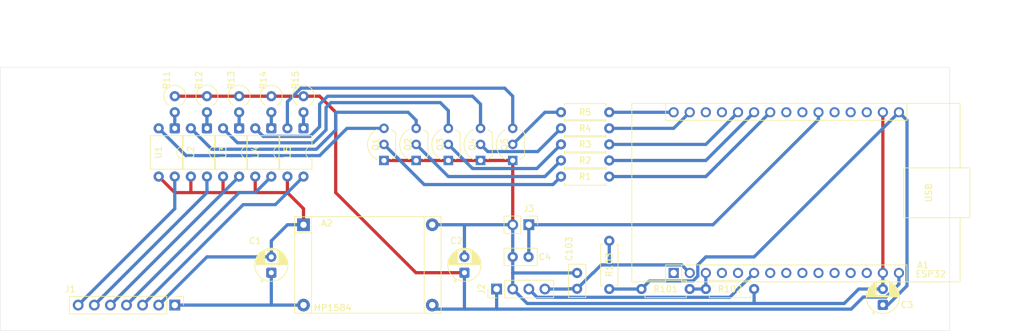
<source format=kicad_pcb>
(kicad_pcb (version 20241229) (generator "pcbnew") (generator_version "9.0")
  (layers (0 "F.Cu" signal) (2 "B.Cu" signal) (13 "F.Paste" user) (15 "B.Paste" user) (5 "F.SilkS" user "F.Silkscreen") (7 "B.SilkS" user "B.Silkscreen") (1 "F.Mask" user) (3 "B.Mask" user) (25 "Edge.Cuts" user))
  (net 0 "")
  (net 3 "Net-(A1-D39{slash}VN)")
  (net 6 "Net-(A1-D23)")
  (net 7 "GND")
  (net 10 "Net-(A1-D21)")
  (net 11 "VCC_3V3")
  (net 12 "HEATER_R")
  (net 15 "DHT")
  (net 16 "Net-(A1-D22)")
  (net 26 "Net-(A1-D19)")
  (net 27 "VCC_5V")
  (net 28 "Net-(A1-D18)")
  (net 29 "Net-(A1-D16)")
  (net 30 "GND_12V")
  (net 31 "VCC_12V")
  (net 32 "RELAY_3")
  (net 33 "RELAY_2")
  (net 34 "RELAY_4")
  (net 35 "RELAY_1")
  (net 36 "RELAY_5")
  (net 37 "Net-(Q1-D)")
  (net 38 "Net-(Q1-G)")
  (net 39 "Net-(Q2-G)")
  (net 40 "Net-(Q2-D)")
  (net 41 "Net-(Q3-G)")
  (net 42 "Net-(Q3-D)")
  (net 43 "Net-(Q4-D)")
  (net 44 "Net-(Q4-G)")
  (net 45 "Net-(Q5-D)")
  (net 46 "Net-(Q5-G)")
  (net 47 "Net-(R11-Pad2)")
  (net 48 "Net-(R12-Pad2)")
  (net 49 "Net-(R13-Pad2)")
  (net 50 "Net-(R14-Pad2)")
  (net 51 "Net-(R15-Pad2)")
  (footprint "Capacitor_THT:CP_Radial_D5.0mm_P2.50mm" (layer "F.Cu") (at 93.98 83.78 90)
    (property "Reference" "C1" (at 5.04 -2.54 180) (layer "F.SilkS"))
    (property "Value" "470u")
    (pad "1" thru_hole roundrect (at 0 0 90) (size 1.6 1.6) (drill 0.8) (layers "*.Cu" "*.Mask") (roundrect_rratio 0.15625) (net 31 "VCC_12V"))
    (pad "2" thru_hole circle (at 2.5 0 90) (size 1.6 1.6) (drill 0.8) (layers "*.Cu" "*.Mask") (net 30 "GND_12V"))
  )
  (footprint "Resistor_THT:R_Axial_DIN0207_L6.3mm_D2.5mm_P7.62mm_Horizontal" (layer "F.Cu") (at 139.7 68.58)
    (property "Reference" "R1" (at 3.81 0 0) (layer "F.SilkS"))
    (property "Value" "10k" (hide yes))
    (pad "1" thru_hole circle (at 0 0) (size 1.6 1.6) (drill 0.8) (layers "*.Cu" "*.Mask") (net 38 "Net-(Q1-G)"))
    (pad "2" thru_hole circle (at 7.62 0) (size 1.6 1.6) (drill 0.8) (layers "*.Cu" "*.Mask") (net 28 "Net-(A1-D18)"))
  )
  (footprint "Resistor_THT:R_Axial_DIN0309_L9.0mm_D3.2mm_P2.54mm_Vertical" (layer "F.Cu") (at 88.9 55.88 -90)
    (property "Reference" "R13" (at -2.54 1.27 90) (layer "F.SilkS"))
    (property "Value" "150")
    (pad "1" thru_hole circle (at 0 0 270) (size 1.6 1.6) (drill 0.8) (layers "*.Cu" "*.Mask") (net 27 "VCC_5V"))
    (pad "2" thru_hole circle (at 2.54 0 270) (size 1.6 1.6) (drill 0.8) (layers "*.Cu" "*.Mask") (net 49 "Net-(R13-Pad2)"))
  )
  (footprint "Connector_PinHeader_2.54mm:PinHeader_1x02_P2.54mm_Vertical" (layer "F.Cu") (at 134.62 76.2 -90)
    (property "Reference" "J3" (at -2.54 0 180) (layer "F.SilkS"))
    (property "Value" "Conn_01x02")
    (pad "1" thru_hole rect (at 0 0 270) (size 1.7 1.7) (drill 1) (layers "*.Cu" "*.Mask") (net 29 "Net-(A1-D16)"))
    (pad "2" thru_hole circle (at 0 2.54 270) (size 1.7 1.7) (drill 1) (layers "*.Cu" "*.Mask") (net 7 "GND"))
  )
  (footprint "Resistor_THT:R_Axial_DIN0309_L9.0mm_D3.2mm_P2.54mm_Vertical" (layer "F.Cu") (at 99.06 55.88 -90)
    (property "Reference" "R15" (at -2.54 1.27 90) (layer "F.SilkS"))
    (property "Value" "150")
    (pad "1" thru_hole circle (at 0 0 270) (size 1.6 1.6) (drill 0.8) (layers "*.Cu" "*.Mask") (net 27 "VCC_5V"))
    (pad "2" thru_hole circle (at 2.54 0 270) (size 1.6 1.6) (drill 0.8) (layers "*.Cu" "*.Mask") (net 51 "Net-(R15-Pad2)"))
  )
  (footprint "Package_TO_SOT_THT:TO-92_Inline_Wide" (layer "F.Cu") (at 111.76 66.04 90)
    (property "Reference" "Q1" (at 2.54 -1.27 90) (layer "F.SilkS"))
    (property "Value" "2N7000")
    (pad "1" thru_hole rect (at 0 0 90) (size 1.5 1.5) (drill 0.8) (layers "*.Cu" "*.Mask") (net 7 "GND"))
    (pad "2" thru_hole circle (at 2.54 0 90) (size 1.5 1.5) (drill 0.8) (layers "*.Cu" "*.Mask") (net 38 "Net-(Q1-G)"))
    (pad "3" thru_hole circle (at 5.08 0 90) (size 1.5 1.5) (drill 0.8) (layers "*.Cu" "*.Mask") (net 37 "Net-(Q1-D)"))
  )
  (footprint "Package_DIP:DIP-4_W7.62mm" (layer "F.Cu") (at 78.74 60.96 -90)
    (property "Reference" "U1" (at 3.805 2.545 90) (layer "F.SilkS"))
    (property "Value" "PC817")
    (pad "1" thru_hole roundrect (at 0 0 270) (size 1.6 1.6) (drill 0.8) (layers "*.Cu" "*.Mask") (roundrect_rratio 0.15625) (net 47 "Net-(R11-Pad2)"))
    (pad "2" thru_hole circle (at 0 2.54 270) (size 1.6 1.6) (drill 0.8) (layers "*.Cu" "*.Mask") (net 37 "Net-(Q1-D)"))
    (pad "3" thru_hole circle (at 7.62 2.54 270) (size 1.6 1.6) (drill 0.8) (layers "*.Cu" "*.Mask") (net 30 "GND_12V"))
    (pad "4" thru_hole circle (at 7.62 0 270) (size 1.6 1.6) (drill 0.8) (layers "*.Cu" "*.Mask") (net 35 "RELAY_1"))
  )
  (footprint "Custom_Knur:STEP-DOWN_MP1584" (layer "F.Cu") (at 99.06 76.2)
    (property "Reference" "A2" (at 3.683 -0.254 0) (layer "F.SilkS"))
    (property "Value" "STEP-DOWN_MP1584")
    (fp_text user "MP1584" (at 1.524 13.716 0) (layer "F.SilkS") (effects (justify left bottom)))
    (pad "1" thru_hole rect (at 0 0) (size 2 2) (drill 1) (layers "*.Cu" "*.Mask") (net 30 "GND_12V"))
    (pad "2" thru_hole oval (at 0 12.7) (size 2 2) (drill 1) (layers "*.Cu" "*.Mask") (net 31 "VCC_12V"))
    (pad "3" thru_hole oval (at 20.32 12.7) (size 2 2) (drill 1) (layers "*.Cu" "*.Mask") (net 27 "VCC_5V"))
    (pad "4" thru_hole oval (at 20.32 0) (size 2 2) (drill 1) (layers "*.Cu" "*.Mask") (net 7 "GND"))
  )
  (footprint "Package_DIP:DIP-4_W7.62mm" (layer "F.Cu") (at 99.06 60.96 -90)
    (property "Reference" "U5" (at 3.81 2.54 90) (layer "F.SilkS"))
    (property "Value" "PC817")
    (pad "1" thru_hole roundrect (at 0 0 270) (size 1.6 1.6) (drill 0.8) (layers "*.Cu" "*.Mask") (roundrect_rratio 0.15625) (net 51 "Net-(R15-Pad2)"))
    (pad "2" thru_hole circle (at 0 2.54 270) (size 1.6 1.6) (drill 0.8) (layers "*.Cu" "*.Mask") (net 45 "Net-(Q5-D)"))
    (pad "3" thru_hole circle (at 7.62 2.54 270) (size 1.6 1.6) (drill 0.8) (layers "*.Cu" "*.Mask") (net 30 "GND_12V"))
    (pad "4" thru_hole circle (at 7.62 0 270) (size 1.6 1.6) (drill 0.8) (layers "*.Cu" "*.Mask") (net 36 "RELAY_5"))
  )
  (footprint "Capacitor_THT:CP_Radial_D5.0mm_P2.50mm" (layer "F.Cu") (at 190.5 88.86 90)
    (property "Reference" "C3" (at 0 3.81 180) (layer "F.SilkS"))
    (property "Value" "100u")
    (pad "1" thru_hole roundrect (at 0 0 90) (size 1.6 1.6) (drill 0.8) (layers "*.Cu" "*.Mask") (roundrect_rratio 0.15625) (net 11 "VCC_3V3"))
    (pad "2" thru_hole circle (at 2.5 0 90) (size 1.6 1.6) (drill 0.8) (layers "*.Cu" "*.Mask") (net 7 "GND"))
  )
  (footprint "Resistor_THT:R_Axial_DIN0207_L6.3mm_D2.5mm_P7.62mm_Horizontal" (layer "F.Cu") (at 147.32 86.36 90)
    (property "Reference" "R103" (at 3.81 0 90) (layer "F.SilkS"))
    (property "Value" "4.7k")
    (pad "1" thru_hole circle (at 0 0 90) (size 1.6 1.6) (drill 0.8) (layers "*.Cu" "*.Mask") (net 11 "VCC_3V3"))
    (pad "2" thru_hole circle (at 7.62 0 90) (size 1.6 1.6) (drill 0.8) (layers "*.Cu" "*.Mask") (net 12 "HEATER_R"))
  )
  (footprint "Capacitor_THT:C_Disc_D5.0mm_W2.5mm_P2.50mm" (layer "F.Cu") (at 132.08 81.28)
    (property "Reference" "C4" (at 5.08 0 0) (layer "F.SilkS"))
    (property "Value" "100nF")
    (pad "1" thru_hole circle (at 0 0) (size 1.6 1.6) (drill 0.8) (layers "*.Cu" "*.Mask") (net 7 "GND"))
    (pad "2" thru_hole circle (at 2.5 0) (size 1.6 1.6) (drill 0.8) (layers "*.Cu" "*.Mask") (net 29 "Net-(A1-D16)"))
  )
  (footprint "Package_DIP:DIP-4_W7.62mm" (layer "F.Cu") (at 83.82 60.96 -90)
    (property "Reference" "U2" (at 3.81 2.54 90) (layer "F.SilkS"))
    (property "Value" "PC817")
    (pad "1" thru_hole roundrect (at 0 0 270) (size 1.6 1.6) (drill 0.8) (layers "*.Cu" "*.Mask") (roundrect_rratio 0.15625) (net 48 "Net-(R12-Pad2)"))
    (pad "2" thru_hole circle (at 0 2.54 270) (size 1.6 1.6) (drill 0.8) (layers "*.Cu" "*.Mask") (net 40 "Net-(Q2-D)"))
    (pad "3" thru_hole circle (at 7.62 2.54 270) (size 1.6 1.6) (drill 0.8) (layers "*.Cu" "*.Mask") (net 30 "GND_12V"))
    (pad "4" thru_hole circle (at 7.62 0 270) (size 1.6 1.6) (drill 0.8) (layers "*.Cu" "*.Mask") (net 33 "RELAY_2"))
  )
  (footprint "Resistor_THT:R_Axial_DIN0207_L6.3mm_D2.5mm_P7.62mm_Horizontal" (layer "F.Cu") (at 162.56 86.36)
    (property "Reference" "R102" (at 3.81 0 0) (layer "F.SilkS"))
    (property "Value" "5.1k")
    (pad "1" thru_hole circle (at 0 0) (size 1.6 1.6) (drill 0.8) (layers "*.Cu" "*.Mask") (net 3 "Net-(A1-D39{slash}VN)"))
    (pad "2" thru_hole circle (at 7.62 0) (size 1.6 1.6) (drill 0.8) (layers "*.Cu" "*.Mask") (net 7 "GND"))
  )
  (footprint "Custom_Knur:ESP32_MikrobotPL" (layer "F.Cu") (at 157.48 83.82 90)
    (property "Reference" "A1" (at 1.27 39.37 180) (layer "F.SilkS"))
    (property "Value" "ESP32_MikrobotPL")
    (fp_text user "ESP32" (at -0.762 38.1 0) (layer "F.SilkS") (effects (justify left bottom)))
    (fp_text user "USB" (at 12.6675 40.256 90) (layer "F.SilkS"))
    (pad "1" thru_hole rect (at 0 0 90) (size 1.6 1.6) (drill 1) (layers "*.Cu" "*.Mask"))
    (pad "2" thru_hole oval (at 0 2.54 90) (size 1.6 1.6) (drill 1) (layers "*.Cu" "*.Mask") (net 12 "HEATER_R"))
    (pad "3" thru_hole oval (at 0 5.08 90) (size 1.6 1.6) (drill 1) (layers "*.Cu" "*.Mask") (net 3 "Net-(A1-D39{slash}VN)"))
    (pad "4" thru_hole oval (at 0 7.62 90) (size 1.6 1.6) (drill 1) (layers "*.Cu" "*.Mask"))
    (pad "5" thru_hole oval (at 0 10.16 90) (size 1.6 1.6) (drill 1) (layers "*.Cu" "*.Mask"))
    (pad "6" thru_hole oval (at 0 12.7 90) (size 1.6 1.6) (drill 1) (layers "*.Cu" "*.Mask") (net 15 "DHT"))
    (pad "7" thru_hole oval (at 0 15.24 90) (size 1.6 1.6) (drill 1) (layers "*.Cu" "*.Mask"))
    (pad "8" thru_hole oval (at 0 17.78 90) (size 1.6 1.6) (drill 1) (layers "*.Cu" "*.Mask"))
    (pad "9" thru_hole oval (at 0 20.32 90) (size 1.6 1.6) (drill 1) (layers "*.Cu" "*.Mask"))
    (pad "10" thru_hole oval (at 0 22.86 90) (size 1.6 1.6) (drill 1) (layers "*.Cu" "*.Mask"))
    (pad "11" thru_hole oval (at 0 25.4 90) (size 1.6 1.6) (drill 1) (layers "*.Cu" "*.Mask"))
    (pad "12" thru_hole oval (at 0 27.94 90) (size 1.6 1.6) (drill 1) (layers "*.Cu" "*.Mask"))
    (pad "13" thru_hole oval (at 0 30.48 90) (size 1.6 1.6) (drill 1) (layers "*.Cu" "*.Mask"))
    (pad "14" thru_hole oval (at 0 33.02 90) (size 1.6 1.6) (drill 1) (layers "*.Cu" "*.Mask") (net 7 "GND"))
    (pad "15" thru_hole oval (at 0 35.56 90) (size 1.6 1.6) (drill 1) (layers "*.Cu" "*.Mask") (net 27 "VCC_5V"))
    (pad "16" thru_hole oval (at 25.4 35.56 90) (size 1.6 1.6) (drill 1) (layers "*.Cu" "*.Mask") (net 11 "VCC_3V3"))
    (pad "17" thru_hole oval (at 25.4 33.02 90) (size 1.6 1.6) (drill 1) (layers "*.Cu" "*.Mask") (net 7 "GND"))
    (pad "18" thru_hole oval (at 25.4 30.48 90) (size 1.6 1.6) (drill 1) (layers "*.Cu" "*.Mask"))
    (pad "19" thru_hole oval (at 25.4 27.94 90) (size 1.6 1.6) (drill 1) (layers "*.Cu" "*.Mask"))
    (pad "20" thru_hole oval (at 25.4 25.4 90) (size 1.6 1.6) (drill 1) (layers "*.Cu" "*.Mask"))
    (pad "21" thru_hole oval (at 25.4 22.86 90) (size 1.6 1.6) (drill 1) (layers "*.Cu" "*.Mask") (net 29 "Net-(A1-D16)"))
    (pad "22" thru_hole oval (at 25.4 20.32 90) (size 1.6 1.6) (drill 1) (layers "*.Cu" "*.Mask"))
    (pad "23" thru_hole oval (at 25.4 17.78 90) (size 1.6 1.6) (drill 1) (layers "*.Cu" "*.Mask"))
    (pad "24" thru_hole oval (at 25.4 15.24 90) (size 1.6 1.6) (drill 1) (layers "*.Cu" "*.Mask") (net 28 "Net-(A1-D18)"))
    (pad "25" thru_hole oval (at 25.4 12.7 90) (size 1.6 1.6) (drill 1) (layers "*.Cu" "*.Mask") (net 26 "Net-(A1-D19)"))
    (pad "26" thru_hole oval (at 25.4 10.16 90) (size 1.6 1.6) (drill 1) (layers "*.Cu" "*.Mask") (net 10 "Net-(A1-D21)"))
    (pad "27" thru_hole oval (at 25.4 7.62 90) (size 1.6 1.6) (drill 1) (layers "*.Cu" "*.Mask"))
    (pad "28" thru_hole oval (at 25.4 5.08 90) (size 1.6 1.6) (drill 1) (layers "*.Cu" "*.Mask"))
    (pad "29" thru_hole oval (at 25.4 2.54 90) (size 1.6 1.6) (drill 1) (layers "*.Cu" "*.Mask") (net 16 "Net-(A1-D22)"))
    (pad "30" thru_hole oval (at 25.4 0 90) (size 1.6 1.6) (drill 1) (layers "*.Cu" "*.Mask") (net 6 "Net-(A1-D23)"))
  )
  (footprint "Capacitor_THT:C_Disc_D5.0mm_W2.5mm_P2.50mm" (layer "F.Cu") (at 142.24 83.82 -90)
    (property "Reference" "C103" (at -3.81 1.27 90) (layer "F.SilkS"))
    (property "Value" "100nF")
    (pad "1" thru_hole circle (at 0 0 270) (size 1.6 1.6) (drill 0.8) (layers "*.Cu" "*.Mask") (net 7 "GND"))
    (pad "2" thru_hole circle (at 2.5 0 270) (size 1.6 1.6) (drill 0.8) (layers "*.Cu" "*.Mask") (net 12 "HEATER_R"))
  )
  (footprint "Resistor_THT:R_Axial_DIN0207_L6.3mm_D2.5mm_P7.62mm_Horizontal" (layer "F.Cu") (at 139.7 63.5)
    (property "Reference" "R3" (at 3.81 0 0) (layer "F.SilkS"))
    (property "Value" "10k" (hide yes))
    (pad "1" thru_hole circle (at 0 0) (size 1.6 1.6) (drill 0.8) (layers "*.Cu" "*.Mask") (net 41 "Net-(Q3-G)"))
    (pad "2" thru_hole circle (at 7.62 0) (size 1.6 1.6) (drill 0.8) (layers "*.Cu" "*.Mask") (net 10 "Net-(A1-D21)"))
  )
  (footprint "Connector_PinHeader_2.54mm:PinHeader_1x07_P2.54mm_Vertical" (layer "F.Cu") (at 78.74 88.9 -90)
    (property "Reference" "J1" (at -2.54 16.51 180) (layer "F.SilkS"))
    (property "Value" "Conn_01x07")
    (pad "1" thru_hole rect (at 0 0 270) (size 1.7 1.7) (drill 1) (layers "*.Cu" "*.Mask") (net 31 "VCC_12V"))
    (pad "2" thru_hole circle (at 0 2.54 270) (size 1.7 1.7) (drill 1) (layers "*.Cu" "*.Mask") (net 30 "GND_12V"))
    (pad "3" thru_hole circle (at 0 5.08 270) (size 1.7 1.7) (drill 1) (layers "*.Cu" "*.Mask") (net 36 "RELAY_5"))
    (pad "4" thru_hole circle (at 0 7.62 270) (size 1.7 1.7) (drill 1) (layers "*.Cu" "*.Mask") (net 34 "RELAY_4"))
    (pad "5" thru_hole circle (at 0 10.16 270) (size 1.7 1.7) (drill 1) (layers "*.Cu" "*.Mask") (net 32 "RELAY_3"))
    (pad "6" thru_hole circle (at 0 12.7 270) (size 1.7 1.7) (drill 1) (layers "*.Cu" "*.Mask") (net 33 "RELAY_2"))
    (pad "7" thru_hole circle (at 0 15.24 270) (size 1.7 1.7) (drill 1) (layers "*.Cu" "*.Mask") (net 35 "RELAY_1"))
  )
  (footprint "Package_TO_SOT_THT:TO-92_Inline_Wide" (layer "F.Cu") (at 121.92 66.04 90)
    (property "Reference" "Q3" (at 2.54 -1.27 90) (layer "F.SilkS"))
    (property "Value" "2N7000")
    (pad "1" thru_hole rect (at 0 0 90) (size 1.5 1.5) (drill 0.8) (layers "*.Cu" "*.Mask") (net 7 "GND"))
    (pad "2" thru_hole circle (at 2.54 0 90) (size 1.5 1.5) (drill 0.8) (layers "*.Cu" "*.Mask") (net 41 "Net-(Q3-G)"))
    (pad "3" thru_hole circle (at 5.08 0 90) (size 1.5 1.5) (drill 0.8) (layers "*.Cu" "*.Mask") (net 42 "Net-(Q3-D)"))
  )
  (footprint "Resistor_THT:R_Axial_DIN0309_L9.0mm_D3.2mm_P2.54mm_Vertical" (layer "F.Cu") (at 78.74 55.88 -90)
    (property "Reference" "R11" (at -2.54 1.27 90) (layer "F.SilkS"))
    (property "Value" "150")
    (pad "1" thru_hole circle (at 0 0 270) (size 1.6 1.6) (drill 0.8) (layers "*.Cu" "*.Mask") (net 27 "VCC_5V"))
    (pad "2" thru_hole circle (at 2.54 0 270) (size 1.6 1.6) (drill 0.8) (layers "*.Cu" "*.Mask") (net 47 "Net-(R11-Pad2)"))
  )
  (footprint "Resistor_THT:R_Axial_DIN0207_L6.3mm_D2.5mm_P7.62mm_Horizontal" (layer "F.Cu") (at 139.7 66.04)
    (property "Reference" "R2" (at 3.81 0 0) (layer "F.SilkS"))
    (property "Value" "10k" (hide yes))
    (pad "1" thru_hole circle (at 0 0) (size 1.6 1.6) (drill 0.8) (layers "*.Cu" "*.Mask") (net 39 "Net-(Q2-G)"))
    (pad "2" thru_hole circle (at 7.62 0) (size 1.6 1.6) (drill 0.8) (layers "*.Cu" "*.Mask") (net 26 "Net-(A1-D19)"))
  )
  (footprint "Resistor_THT:R_Axial_DIN0309_L9.0mm_D3.2mm_P2.54mm_Vertical" (layer "F.Cu") (at 83.82 55.88 -90)
    (property "Reference" "R12" (at -2.54 1.27 90) (layer "F.SilkS"))
    (property "Value" "150")
    (pad "1" thru_hole circle (at 0 0 270) (size 1.6 1.6) (drill 0.8) (layers "*.Cu" "*.Mask") (net 27 "VCC_5V"))
    (pad "2" thru_hole circle (at 2.54 0 270) (size 1.6 1.6) (drill 0.8) (layers "*.Cu" "*.Mask") (net 48 "Net-(R12-Pad2)"))
  )
  (footprint "Package_TO_SOT_THT:TO-92_Inline_Wide" (layer "F.Cu") (at 127 66.04 90)
    (property "Reference" "Q4" (at 2.54 -1.27 90) (layer "F.SilkS"))
    (property "Value" "2N7000")
    (pad "1" thru_hole rect (at 0 0 90) (size 1.5 1.5) (drill 0.8) (layers "*.Cu" "*.Mask") (net 7 "GND"))
    (pad "2" thru_hole circle (at 2.54 0 90) (size 1.5 1.5) (drill 0.8) (layers "*.Cu" "*.Mask") (net 44 "Net-(Q4-G)"))
    (pad "3" thru_hole circle (at 5.08 0 90) (size 1.5 1.5) (drill 0.8) (layers "*.Cu" "*.Mask") (net 43 "Net-(Q4-D)"))
  )
  (footprint "Connector_PinHeader_2.54mm:PinHeader_1x04_P2.54mm_Vertical" (layer "F.Cu") (at 129.54 86.36 90)
    (property "Reference" "J2" (at 0 -2.38 90) (layer "F.SilkS"))
    (property "Value" "Conn_01x04")
    (pad "1" thru_hole rect (at 0 0 90) (size 1.7 1.7) (drill 1) (layers "*.Cu" "*.Mask") (net 27 "VCC_5V"))
    (pad "2" thru_hole circle (at 0 2.54 90) (size 1.7 1.7) (drill 1) (layers "*.Cu" "*.Mask") (net 7 "GND"))
    (pad "3" thru_hole circle (at 0 5.08 90) (size 1.7 1.7) (drill 1) (layers "*.Cu" "*.Mask") (net 15 "DHT"))
    (pad "4" thru_hole circle (at 0 7.62 90) (size 1.7 1.7) (drill 1) (layers "*.Cu" "*.Mask") (net 12 "HEATER_R"))
  )
  (footprint "Package_TO_SOT_THT:TO-92_Inline_Wide" (layer "F.Cu") (at 132.08 66.04 90)
    (property "Reference" "Q5" (at 2.54 -1.27 90) (layer "F.SilkS"))
    (property "Value" "2N7000")
    (pad "1" thru_hole rect (at 0 0 90) (size 1.5 1.5) (drill 0.8) (layers "*.Cu" "*.Mask") (net 7 "GND"))
    (pad "2" thru_hole circle (at 2.54 0 90) (size 1.5 1.5) (drill 0.8) (layers "*.Cu" "*.Mask") (net 46 "Net-(Q5-G)"))
    (pad "3" thru_hole circle (at 5.08 0 90) (size 1.5 1.5) (drill 0.8) (layers "*.Cu" "*.Mask") (net 45 "Net-(Q5-D)"))
  )
  (footprint "Resistor_THT:R_Axial_DIN0309_L9.0mm_D3.2mm_P2.54mm_Vertical" (layer "F.Cu") (at 93.98 55.88 -90)
    (property "Reference" "R14" (at -2.54 1.27 90) (layer "F.SilkS"))
    (property "Value" "150")
    (pad "1" thru_hole circle (at 0 0 270) (size 1.6 1.6) (drill 0.8) (layers "*.Cu" "*.Mask") (net 27 "VCC_5V"))
    (pad "2" thru_hole circle (at 2.54 0 270) (size 1.6 1.6) (drill 0.8) (layers "*.Cu" "*.Mask") (net 50 "Net-(R14-Pad2)"))
  )
  (footprint "Resistor_THT:R_Axial_DIN0207_L6.3mm_D2.5mm_P7.62mm_Horizontal" (layer "F.Cu") (at 139.7 60.96)
    (property "Reference" "R4" (at 3.81 0 0) (layer "F.SilkS"))
    (property "Value" "10k" (hide yes))
    (pad "1" thru_hole circle (at 0 0) (size 1.6 1.6) (drill 0.8) (layers "*.Cu" "*.Mask") (net 44 "Net-(Q4-G)"))
    (pad "2" thru_hole circle (at 7.62 0) (size 1.6 1.6) (drill 0.8) (layers "*.Cu" "*.Mask") (net 16 "Net-(A1-D22)"))
  )
  (footprint "Package_DIP:DIP-4_W7.62mm" (layer "F.Cu") (at 93.98 60.96 -90)
    (property "Reference" "U4" (at 3.81 2.54 90) (layer "F.SilkS"))
    (property "Value" "PC817")
    (pad "1" thru_hole roundrect (at 0 0 270) (size 1.6 1.6) (drill 0.8) (layers "*.Cu" "*.Mask") (roundrect_rratio 0.15625) (net 50 "Net-(R14-Pad2)"))
    (pad "2" thru_hole circle (at 0 2.54 270) (size 1.6 1.6) (drill 0.8) (layers "*.Cu" "*.Mask") (net 43 "Net-(Q4-D)"))
    (pad "3" thru_hole circle (at 7.62 2.54 270) (size 1.6 1.6) (drill 0.8) (layers "*.Cu" "*.Mask") (net 30 "GND_12V"))
    (pad "4" thru_hole circle (at 7.62 0 270) (size 1.6 1.6) (drill 0.8) (layers "*.Cu" "*.Mask") (net 34 "RELAY_4"))
  )
  (footprint "Resistor_THT:R_Axial_DIN0207_L6.3mm_D2.5mm_P7.62mm_Horizontal" (layer "F.Cu") (at 152.4 86.36)
    (property "Reference" "R101" (at 3.81 0 0) (layer "F.SilkS"))
    (property "Value" "5.1k")
    (pad "1" thru_hole circle (at 0 0) (size 1.6 1.6) (drill 0.8) (layers "*.Cu" "*.Mask") (net 11 "VCC_3V3"))
    (pad "2" thru_hole circle (at 7.62 0) (size 1.6 1.6) (drill 0.8) (layers "*.Cu" "*.Mask") (net 3 "Net-(A1-D39{slash}VN)"))
  )
  (footprint "Capacitor_THT:CP_Radial_D5.0mm_P2.50mm" (layer "F.Cu") (at 124.46 83.78 90)
    (property "Reference" "C2" (at 5.04 -1.27 180) (layer "F.SilkS"))
    (property "Value" "470u")
    (pad "1" thru_hole roundrect (at 0 0 90) (size 1.6 1.6) (drill 0.8) (layers "*.Cu" "*.Mask") (roundrect_rratio 0.15625) (net 27 "VCC_5V"))
    (pad "2" thru_hole circle (at 2.5 0 90) (size 1.6 1.6) (drill 0.8) (layers "*.Cu" "*.Mask") (net 7 "GND"))
  )
  (footprint "Package_DIP:DIP-4_W7.62mm" (layer "F.Cu") (at 88.9 60.96 -90)
    (property "Reference" "U3" (at 3.81 2.54 90) (layer "F.SilkS"))
    (property "Value" "PC817")
    (pad "1" thru_hole roundrect (at 0 0 270) (size 1.6 1.6) (drill 0.8) (layers "*.Cu" "*.Mask") (roundrect_rratio 0.15625) (net 49 "Net-(R13-Pad2)"))
    (pad "2" thru_hole circle (at 0 2.54 270) (size 1.6 1.6) (drill 0.8) (layers "*.Cu" "*.Mask") (net 42 "Net-(Q3-D)"))
    (pad "3" thru_hole circle (at 7.62 2.54 270) (size 1.6 1.6) (drill 0.8) (layers "*.Cu" "*.Mask") (net 30 "GND_12V"))
    (pad "4" thru_hole circle (at 7.62 0 270) (size 1.6 1.6) (drill 0.8) (layers "*.Cu" "*.Mask") (net 32 "RELAY_3"))
  )
  (footprint "Package_TO_SOT_THT:TO-92_Inline_Wide" (layer "F.Cu") (at 116.84 66.04 90)
    (property "Reference" "Q2" (at 2.54 -1.27 90) (layer "F.SilkS"))
    (property "Value" "2N7000")
    (pad "1" thru_hole rect (at 0 0 90) (size 1.5 1.5) (drill 0.8) (layers "*.Cu" "*.Mask") (net 7 "GND"))
    (pad "2" thru_hole circle (at 2.54 0 90) (size 1.5 1.5) (drill 0.8) (layers "*.Cu" "*.Mask") (net 39 "Net-(Q2-G)"))
    (pad "3" thru_hole circle (at 5.08 0 90) (size 1.5 1.5) (drill 0.8) (layers "*.Cu" "*.Mask") (net 40 "Net-(Q2-D)"))
  )
  (footprint "Resistor_THT:R_Axial_DIN0207_L6.3mm_D2.5mm_P7.62mm_Horizontal" (layer "F.Cu") (at 139.7 58.42)
    (property "Reference" "R5" (at 3.81 0 0) (layer "F.SilkS"))
    (property "Value" "10k" (hide yes))
    (pad "1" thru_hole circle (at 0 0) (size 1.6 1.6) (drill 0.8) (layers "*.Cu" "*.Mask") (net 46 "Net-(Q5-G)"))
    (pad "2" thru_hole circle (at 7.62 0) (size 1.6 1.6) (drill 0.8) (layers "*.Cu" "*.Mask") (net 6 "Net-(A1-D23)"))
  )
  (gr_rect (start 51.181 51.308) (end 201.041 92.964) (stroke (width 0.05)) (fill no) (layer "Edge.Cuts"))
  (segment (start 162.56 86.36) (end 160.02 86.36) (width 0.508) (layer "B.Cu") (net 3))
  (segment (start 162.56 83.82) (end 162.56 86.36) (width 0.508) (layer "B.Cu") (net 3))
  (segment (start 147.32 58.42) (end 157.48 58.42) (width 0.508) (layer "B.Cu") (net 6))
  (segment (start 132.08 76.2) (end 132.08 66.04) (width 0.508) (layer "F.Cu") (net 7))
  (segment (start 127 66.04) (end 121.92 66.04) (width 0.508) (layer "F.Cu") (net 7))
  (segment (start 190.5 83.82) (end 190.5 58.42) (width 0.508) (layer "F.Cu") (net 7))
  (segment (start 121.92 66.04) (end 116.84 66.04) (width 0.508) (layer "F.Cu") (net 7))
  (segment (start 116.84 66.04) (end 111.76 66.04) (width 0.508) (layer "F.Cu") (net 7))
  (segment (start 132.08 66.04) (end 127 66.04) (width 0.508) (layer "F.Cu") (net 7))
  (segment (start 124.46 81.28) (end 124.46 76.2) (width 0.508) (layer "B.Cu") (net 7))
  (segment (start 184.404 88.646) (end 170.18 88.646) (width 0.508) (layer "B.Cu") (net 7))
  (segment (start 134.366 88.646) (end 170.18 88.646) (width 0.508) (layer "B.Cu") (net 7))
  (segment (start 186.69 86.36) (end 184.404 88.646) (width 0.508) (layer "B.Cu") (net 7))
  (segment (start 190.5 86.36) (end 186.69 86.36) (width 0.508) (layer "B.Cu") (net 7))
  (segment (start 190.5 86.36) (end 190.5 83.82) (width 0.508) (layer "B.Cu") (net 7))
  (segment (start 142.24 83.82) (end 132.08 83.82) (width 0.508) (layer "B.Cu") (net 7))
  (segment (start 170.18 86.36) (end 170.18 88.646) (width 0.508) (layer "B.Cu") (net 7))
  (segment (start 132.08 81.28) (end 132.08 76.2) (width 0.508) (layer "B.Cu") (net 7))
  (segment (start 132.08 83.82) (end 132.08 81.28) (width 0.508) (layer "B.Cu") (net 7))
  (segment (start 132.08 86.36) (end 134.366 88.646) (width 0.508) (layer "B.Cu") (net 7))
  (segment (start 132.08 86.36) (end 132.08 83.82) (width 0.508) (layer "B.Cu") (net 7))
  (segment (start 124.46 76.2) (end 132.08 76.2) (width 0.508) (layer "B.Cu") (net 7))
  (segment (start 119.38 76.2) (end 124.46 76.2) (width 0.508) (layer "B.Cu") (net 7))
  (segment (start 147.32 63.5) (end 162.56 63.5) (width 0.508) (layer "B.Cu") (net 10))
  (segment (start 162.56 63.5) (end 167.64 58.42) (width 0.508) (layer "B.Cu") (net 10))
  (segment (start 194.31 85.85) (end 194.31 59.69) (width 0.508) (layer "B.Cu") (net 11))
  (segment (start 194.31 59.69) (end 193.04 58.42) (width 0.508) (layer "B.Cu") (net 11))
  (segment (start 162.56 81.28) (end 170.18 81.28) (width 0.508) (layer "B.Cu") (net 11))
  (segment (start 152.4 86.36) (end 153.6818 85.0782) (width 0.508) (layer "B.Cu") (net 11))
  (segment (start 161.29 82.55) (end 162.56 81.28) (width 0.508) (layer "B.Cu") (net 11))
  (segment (start 160.541164 85.0782) (end 161.29 84.329364) (width 0.508) (layer "B.Cu") (net 11))
  (segment (start 191.3 88.86) (end 194.31 85.85) (width 0.508) (layer "B.Cu") (net 11))
  (segment (start 170.18 81.28) (end 193.04 58.42) (width 0.508) (layer "B.Cu") (net 11))
  (segment (start 147.32 86.36) (end 152.4 86.36) (width 0.508) (layer "B.Cu") (net 11))
  (segment (start 161.29 84.329364) (end 161.29 82.55) (width 0.508) (layer "B.Cu") (net 11))
  (segment (start 190.5 88.86) (end 191.3 88.86) (width 0.508) (layer "B.Cu") (net 11))
  (segment (start 153.6818 85.0782) (end 160.541164 85.0782) (width 0.508) (layer "B.Cu") (net 11))
  (segment (start 147.32 82.55) (end 146.05 82.55) (width 0.508) (layer "B.Cu") (net 12))
  (segment (start 158.75 82.55) (end 147.32 82.55) (width 0.508) (layer "B.Cu") (net 12))
  (segment (start 141.01 86.32) (end 140.97 86.36) (width 0.508) (layer "B.Cu") (net 12))
  (segment (start 147.32 78.74) (end 147.32 82.55) (width 0.508) (layer "B.Cu") (net 12))
  (segment (start 144.74 83.82) (end 144.78 83.82) (width 0.508) (layer "B.Cu") (net 12))
  (segment (start 160.02 83.82) (end 158.75 82.55) (width 0.508) (layer "B.Cu") (net 12))
  (segment (start 142.24 86.32) (end 144.74 83.82) (width 0.508) (layer "B.Cu") (net 12))
  (segment (start 140.97 86.36) (end 137.16 86.36) (width 0.508) (layer "B.Cu") (net 12))
  (segment (start 146.05 82.55) (end 144.78 83.82) (width 0.508) (layer "B.Cu") (net 12))
  (segment (start 142.24 86.32) (end 141.01 86.32) (width 0.508) (layer "B.Cu") (net 12))
  (segment (start 135.9282 87.6682) (end 166.3318 87.6682) (width 0.508) (layer "B.Cu") (net 15))
  (segment (start 166.3318 87.6682) (end 170.18 83.82) (width 0.508) (layer "B.Cu") (net 15))
  (segment (start 134.62 86.36) (end 135.9282 87.6682) (width 0.508) (layer "B.Cu") (net 15))
  (segment (start 147.32 60.96) (end 157.48 60.96) (width 0.508) (layer "B.Cu") (net 16))
  (segment (start 157.48 60.96) (end 160.02 58.42) (width 0.508) (layer "B.Cu") (net 16))
  (segment (start 147.32 66.04) (end 162.56 66.04) (width 0.508) (layer "B.Cu") (net 26))
  (segment (start 162.56 66.04) (end 170.18 58.42) (width 0.508) (layer "B.Cu") (net 26))
  (segment (start 83.82 55.88) (end 78.74 55.88) (width 0.508) (layer "F.Cu") (net 27))
  (segment (start 124.46 83.78) (end 116.8 83.78) (width 0.508) (layer "F.Cu") (net 27))
  (segment (start 99.06 55.88) (end 93.98 55.88) (width 0.508) (layer "F.Cu") (net 27))
  (segment (start 93.98 55.88) (end 88.9 55.88) (width 0.508) (layer "F.Cu") (net 27))
  (segment (start 88.9 55.88) (end 83.82 55.88) (width 0.508) (layer "F.Cu") (net 27))
  (segment (start 104.14 71.12) (end 104.14 58.42) (width 0.508) (layer "F.Cu") (net 27))
  (segment (start 104.14 58.42) (end 101.6 55.88) (width 0.508) (layer "F.Cu") (net 27))
  (segment (start 116.8 83.78) (end 104.14 71.12) (width 0.508) (layer "F.Cu") (net 27))
  (segment (start 101.6 55.88) (end 99.06 55.88) (width 0.508) (layer "F.Cu") (net 27))
  (segment (start 129.54 86.36) (end 129.54 89.535) (width 0.508) (layer "B.Cu") (net 27))
  (segment (start 129.54 89.535) (end 120.015 89.535) (width 0.508) (layer "B.Cu") (net 27))
  (segment (start 185.4972 89.535) (end 129.54 89.535) (width 0.508) (layer "B.Cu") (net 27))
  (segment (start 193.04 85.599364) (end 191.009364 87.63) (width 0.508) (layer "B.Cu") (net 27))
  (segment (start 187.4022 87.63) (end 185.4972 89.535) (width 0.508) (layer "B.Cu") (net 27))
  (segment (start 120.015 89.535) (end 119.38 88.9) (width 0.508) (layer "B.Cu") (net 27))
  (segment (start 124.46 89.535) (end 124.46 83.78) (width 0.508) (layer "B.Cu") (net 27))
  (segment (start 191.009364 87.63) (end 187.4022 87.63) (width 0.508) (layer "B.Cu") (net 27))
  (segment (start 193.04 83.82) (end 193.04 85.599364) (width 0.508) (layer "B.Cu") (net 27))
  (segment (start 147.32 68.58) (end 162.56 68.58) (width 0.508) (layer "B.Cu") (net 28))
  (segment (start 162.56 68.58) (end 172.72 58.42) (width 0.508) (layer "B.Cu") (net 28))
  (segment (start 180.34 58.42) (end 180.34 59.55137) (width 0.508) (layer "B.Cu") (net 29))
  (segment (start 163.69137 76.2) (end 134.62 76.2) (width 0.508) (layer "B.Cu") (net 29))
  (segment (start 134.62 76.2) (end 134.62 81.24) (width 0.508) (layer "B.Cu") (net 29))
  (segment (start 134.62 81.24) (end 134.58 81.28) (width 0.508) (layer "B.Cu") (net 29))
  (segment (start 180.34 59.55137) (end 163.69137 76.2) (width 0.508) (layer "B.Cu") (net 29))
  (segment (start 81.28 71.12) (end 78.74 71.12) (width 0.508) (layer "F.Cu") (net 30))
  (segment (start 96.52 71.12) (end 91.44 71.12) (width 0.508) (layer "F.Cu") (net 30))
  (segment (start 91.44 71.12) (end 86.36 71.12) (width 0.508) (layer "F.Cu") (net 30))
  (segment (start 96.52 68.58) (end 96.52 71.12) (width 0.508) (layer "F.Cu") (net 30))
  (segment (start 91.44 68.58) (end 91.44 71.12) (width 0.508) (layer "F.Cu") (net 30))
  (segment (start 86.36 68.58) (end 86.36 71.12) (width 0.508) (layer "F.Cu") (net 30))
  (segment (start 99.06 73.66) (end 96.52 71.12) (width 0.508) (layer "F.Cu") (net 30))
  (segment (start 86.36 71.12) (end 81.28 71.12) (width 0.508) (layer "F.Cu") (net 30))
  (segment (start 78.74 71.12) (end 76.2 68.58) (width 0.508) (layer "F.Cu") (net 30))
  (segment (start 81.28 68.58) (end 81.28 71.12) (width 0.508) (layer "F.Cu") (net 30))
  (segment (start 99.06 76.2) (end 99.06 73.66) (width 0.508) (layer "F.Cu") (net 30))
  (segment (start 76.2 88.9) (end 83.82 81.28) (width 0.508) (layer "B.Cu") (net 30))
  (segment (start 93.98 81.28) (end 93.98 78.74) (width 0.508) (layer "B.Cu") (net 30))
  (segment (start 83.82 81.28) (end 93.98 81.28) (width 0.508) (layer "B.Cu") (net 30))
  (segment (start 96.52 76.2) (end 99.06 76.2) (width 0.508) (layer "B.Cu") (net 30))
  (segment (start 93.98 78.74) (end 96.52 76.2) (width 0.508) (layer "B.Cu") (net 30))
  (segment (start 99.06 88.9) (end 93.98 88.9) (width 0.508) (layer "B.Cu") (net 31))
  (segment (start 93.98 88.9) (end 78.74 88.9) (width 0.508) (layer "B.Cu") (net 31))
  (segment (start 93.98 83.78) (end 93.98 88.9) (width 0.508) (layer "B.Cu") (net 31))
  (segment (start 68.58 88.9) (end 88.9 68.58) (width 0.508) (layer "B.Cu") (net 32))
  (segment (start 66.04 88.9) (end 83.82 71.12) (width 0.508) (layer "B.Cu") (net 33))
  (segment (start 83.82 71.12) (end 83.82 68.58) (width 0.508) (layer "B.Cu") (net 33))
  (segment (start 71.12 88.9) (end 88.9 71.12) (width 0.508) (layer "B.Cu") (net 34))
  (segment (start 88.9 71.12) (end 91.44 71.12) (width 0.508) (layer "B.Cu") (net 34))
  (segment (start 91.44 71.12) (end 93.98 68.58) (width 0.508) (layer "B.Cu") (net 34))
  (segment (start 63.5 88.9) (end 78.74 73.66) (width 0.508) (layer "B.Cu") (net 35))
  (segment (start 78.74 73.66) (end 78.74 68.58) (width 0.508) (layer "B.Cu") (net 35))
  (segment (start 94.616 73.024) (end 99.06 68.58) (width 0.508) (layer "B.Cu") (net 36))
  (segment (start 73.66 88.9) (end 89.536 73.024) (width 0.508) (layer "B.Cu") (net 36))
  (segment (start 89.536 73.024) (end 94.616 73.024) (width 0.508) (layer "B.Cu") (net 36))
  (segment (start 80.518 65.278) (end 101.6 65.278) (width 0.508) (layer "B.Cu") (net 37))
  (segment (start 76.2 60.96) (end 80.518 65.278) (width 0.508) (layer "B.Cu") (net 37))
  (segment (start 101.6 65.278) (end 105.918 60.96) (width 0.508) (layer "B.Cu") (net 37))
  (segment (start 105.918 60.96) (end 111.76 60.96) (width 0.508) (layer "B.Cu") (net 37))
  (segment (start 139.7 68.58) (end 138.43 69.85) (width 0.508) (layer "B.Cu") (net 38))
  (segment (start 138.43 69.85) (end 118.11 69.85) (width 0.508) (layer "B.Cu") (net 38))
  (segment (start 118.11 69.85) (end 111.76 63.5) (width 0.508) (layer "B.Cu") (net 38))
  (segment (start 121.92 68.58) (end 116.84 63.5) (width 0.508) (layer "B.Cu") (net 39))
  (segment (start 139.7 66.04) (end 137.16 68.58) (width 0.508) (layer "B.Cu") (net 39))
  (segment (start 137.16 68.58) (end 121.92 68.58) (width 0.508) (layer "B.Cu") (net 39))
  (segment (start 104.14 58.42) (end 115.57 58.42) (width 0.508) (layer "B.Cu") (net 40))
  (segment (start 104.14 61.214) (end 104.14 58.42) (width 0.508) (layer "B.Cu") (net 40))
  (segment (start 115.57 58.42) (end 116.84 59.69) (width 0.508) (layer "B.Cu") (net 40))
  (segment (start 116.84 59.69) (end 116.84 60.96) (width 0.508) (layer "B.Cu") (net 40))
  (segment (start 81.28 60.96) (end 84.582 64.262) (width 0.508) (layer "B.Cu") (net 40))
  (segment (start 101.092 64.262) (end 104.14 61.214) (width 0.508) (layer "B.Cu") (net 40))
  (segment (start 84.582 64.262) (end 101.092 64.262) (width 0.508) (layer "B.Cu") (net 40))
  (segment (start 135.89 67.31) (end 125.73 67.31) (width 0.508) (layer "B.Cu") (net 41))
  (segment (start 125.73 67.31) (end 121.92 63.5) (width 0.508) (layer "B.Cu") (net 41))
  (segment (start 139.7 63.5) (end 135.89 67.31) (width 0.508) (layer "B.Cu") (net 41))
  (segment (start 102.616 57.658) (end 103.378 56.896) (width 0.508) (layer "B.Cu") (net 42))
  (segment (start 120.65 56.896) (end 121.92 58.166) (width 0.508) (layer "B.Cu") (net 42))
  (segment (start 100.584 63.246) (end 102.616 61.214) (width 0.508) (layer "B.Cu") (net 42))
  (segment (start 86.36 60.96) (end 88.646 63.246) (width 0.508) (layer "B.Cu") (net 42))
  (segment (start 121.92 58.166) (end 121.92 60.96) (width 0.508) (layer "B.Cu") (net 42))
  (segment (start 102.616 61.214) (end 102.616 57.658) (width 0.508) (layer "B.Cu") (net 42))
  (segment (start 88.646 63.246) (end 100.584 63.246) (width 0.508) (layer "B.Cu") (net 42))
  (segment (start 103.378 56.896) (end 120.65 56.896) (width 0.508) (layer "B.Cu") (net 42))
  (segment (start 127 57.15) (end 127 60.96) (width 0.508) (layer "B.Cu") (net 43))
  (segment (start 102.87 55.88) (end 125.73 55.88) (width 0.508) (layer "B.Cu") (net 43))
  (segment (start 100.076 62.23) (end 101.6 60.706) (width 0.508) (layer "B.Cu") (net 43))
  (segment (start 125.73 55.88) (end 127 57.15) (width 0.508) (layer "B.Cu") (net 43))
  (segment (start 92.71 62.23) (end 100.076 62.23) (width 0.508) (layer "B.Cu") (net 43))
  (segment (start 101.6 57.15) (end 102.87 55.88) (width 0.508) (layer "B.Cu") (net 43))
  (segment (start 91.44 60.96) (end 92.71 62.23) (width 0.508) (layer "B.Cu") (net 43))
  (segment (start 101.6 60.706) (end 101.6 57.15) (width 0.508) (layer "B.Cu") (net 43))
  (segment (start 139.7 60.96) (end 136.028 64.632) (width 0.508) (layer "B.Cu") (net 44))
  (segment (start 136.028 64.632) (end 128.132 64.632) (width 0.508) (layer "B.Cu") (net 44))
  (segment (start 128.132 64.632) (end 127 63.5) (width 0.508) (layer "B.Cu") (net 44))
  (segment (start 96.52 56.748399) (end 98.658399 54.61) (width 0.508) (layer "B.Cu") (net 45))
  (segment (start 96.52 60.96) (end 96.52 56.748399) (width 0.508) (layer "B.Cu") (net 45))
  (segment (start 98.658399 54.61) (end 130.81 54.61) (width 0.508) (layer "B.Cu") (net 45))
  (segment (start 130.81 54.61) (end 132.08 55.88) (width 0.508) (layer "B.Cu") (net 45))
  (segment (start 132.08 55.88) (end 132.08 60.96) (width 0.508) (layer "B.Cu") (net 45))
  (segment (start 139.7 58.42) (end 137.16 58.42) (width 0.508) (layer "B.Cu") (net 46))
  (segment (start 137.16 58.42) (end 132.08 63.5) (width 0.508) (layer "B.Cu") (net 46))
  (segment (start 78.74 58.42) (end 78.74 60.96) (width 0.508) (layer "B.Cu") (net 47))
  (segment (start 83.82 58.42) (end 83.82 60.96) (width 0.508) (layer "B.Cu") (net 48))
  (segment (start 88.9 58.42) (end 88.9 60.96) (width 0.508) (layer "B.Cu") (net 49))
  (segment (start 93.98 58.42) (end 93.98 60.96) (width 0.508) (layer "B.Cu") (net 50))
  (segment (start 99.06 58.42) (end 99.06 60.955) (width 0.508) (layer "B.Cu") (net 51))
  (segment (start 99.06 60.955) (end 99.065 60.96) (width 0.508) (layer "B.Cu") (net 51))
)
</source>
